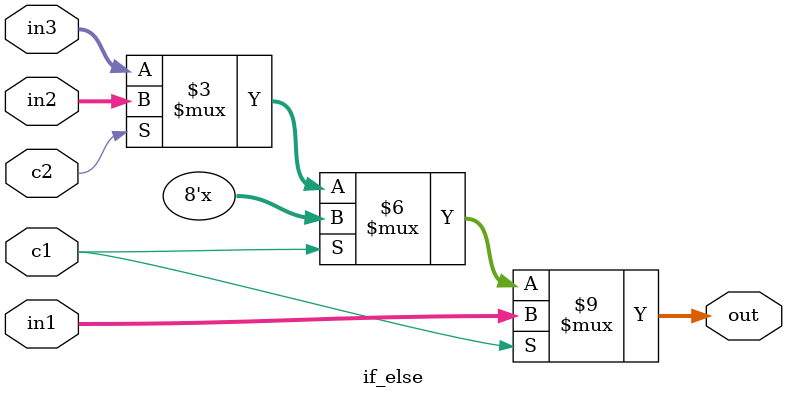
<source format=v>

module if_else(
  input wire c1,
  input wire c2,
  input wire [7:0] in1,
  input wire [7:0] in2,
  input wire [7:0] in3,
  output reg [7:0] out
);
//- start v_if_else
  always @(*) begin
    if (c1)
      out = in1;
    else if (c2)
      out = in2;
    else
      out = in3;
  end
//- end

endmodule

</source>
